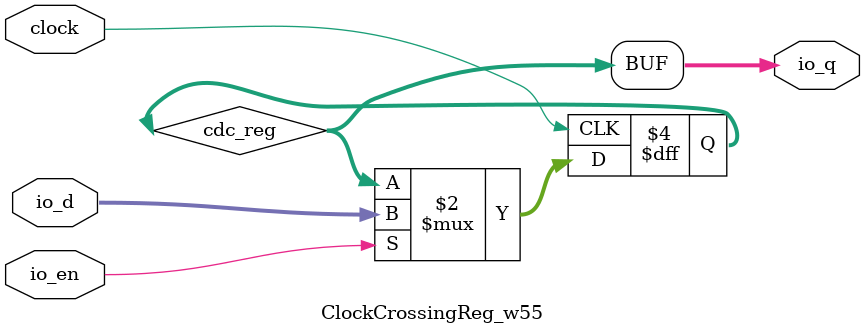
<source format=sv>
`ifndef RANDOMIZE
  `ifdef RANDOMIZE_REG_INIT
    `define RANDOMIZE
  `endif // RANDOMIZE_REG_INIT
`endif // not def RANDOMIZE
`ifndef RANDOMIZE
  `ifdef RANDOMIZE_MEM_INIT
    `define RANDOMIZE
  `endif // RANDOMIZE_MEM_INIT
`endif // not def RANDOMIZE

`ifndef RANDOM
  `define RANDOM $random
`endif // not def RANDOM

// Users can define 'PRINTF_COND' to add an extra gate to prints.
`ifndef PRINTF_COND_
  `ifdef PRINTF_COND
    `define PRINTF_COND_ (`PRINTF_COND)
  `else  // PRINTF_COND
    `define PRINTF_COND_ 1
  `endif // PRINTF_COND
`endif // not def PRINTF_COND_

// Users can define 'ASSERT_VERBOSE_COND' to add an extra gate to assert error printing.
`ifndef ASSERT_VERBOSE_COND_
  `ifdef ASSERT_VERBOSE_COND
    `define ASSERT_VERBOSE_COND_ (`ASSERT_VERBOSE_COND)
  `else  // ASSERT_VERBOSE_COND
    `define ASSERT_VERBOSE_COND_ 1
  `endif // ASSERT_VERBOSE_COND
`endif // not def ASSERT_VERBOSE_COND_

// Users can define 'STOP_COND' to add an extra gate to stop conditions.
`ifndef STOP_COND_
  `ifdef STOP_COND
    `define STOP_COND_ (`STOP_COND)
  `else  // STOP_COND
    `define STOP_COND_ 1
  `endif // STOP_COND
`endif // not def STOP_COND_

// Users can define INIT_RANDOM as general code that gets injected into the
// initializer block for modules with registers.
`ifndef INIT_RANDOM
  `define INIT_RANDOM
`endif // not def INIT_RANDOM

// If using random initialization, you can also define RANDOMIZE_DELAY to
// customize the delay used, otherwise 0.002 is used.
`ifndef RANDOMIZE_DELAY
  `define RANDOMIZE_DELAY 0.002
`endif // not def RANDOMIZE_DELAY

// Define INIT_RANDOM_PROLOG_ for use in our modules below.
`ifndef INIT_RANDOM_PROLOG_
  `ifdef RANDOMIZE
    `ifdef VERILATOR
      `define INIT_RANDOM_PROLOG_ `INIT_RANDOM
    `else  // VERILATOR
      `define INIT_RANDOM_PROLOG_ `INIT_RANDOM #`RANDOMIZE_DELAY begin end
    `endif // VERILATOR
  `else  // RANDOMIZE
    `define INIT_RANDOM_PROLOG_
  `endif // RANDOMIZE
`endif // not def INIT_RANDOM_PROLOG_

// Include register initializers in init blocks unless synthesis is set
`ifndef SYNTHESIS
  `ifndef ENABLE_INITIAL_REG_
    `define ENABLE_INITIAL_REG_
  `endif // not def ENABLE_INITIAL_REG_
`endif // not def SYNTHESIS

// Include rmemory initializers in init blocks unless synthesis is set
`ifndef SYNTHESIS
  `ifndef ENABLE_INITIAL_MEM_
    `define ENABLE_INITIAL_MEM_
  `endif // not def ENABLE_INITIAL_MEM_
`endif // not def SYNTHESIS

module ClockCrossingReg_w55(	// @[generators/rocket-chip/src/main/scala/util/SynchronizerReg.scala:191:7]
  input         clock,	// @[generators/rocket-chip/src/main/scala/util/SynchronizerReg.scala:191:7]
  input  [54:0] io_d,	// @[generators/rocket-chip/src/main/scala/util/SynchronizerReg.scala:195:14]
  output [54:0] io_q,	// @[generators/rocket-chip/src/main/scala/util/SynchronizerReg.scala:195:14]
  input         io_en	// @[generators/rocket-chip/src/main/scala/util/SynchronizerReg.scala:195:14]
);

  reg [54:0] cdc_reg;	// @[generators/rocket-chip/src/main/scala/util/SynchronizerReg.scala:201:76]
  always @(posedge clock) begin	// @[generators/rocket-chip/src/main/scala/util/SynchronizerReg.scala:191:7]
    if (io_en)	// @[generators/rocket-chip/src/main/scala/util/SynchronizerReg.scala:195:14]
      cdc_reg <= io_d;	// @[generators/rocket-chip/src/main/scala/util/SynchronizerReg.scala:201:76]
  end // always @(posedge)
  `ifdef ENABLE_INITIAL_REG_	// @[generators/rocket-chip/src/main/scala/util/SynchronizerReg.scala:191:7]
    `ifdef FIRRTL_BEFORE_INITIAL	// @[generators/rocket-chip/src/main/scala/util/SynchronizerReg.scala:191:7]
      `FIRRTL_BEFORE_INITIAL	// @[generators/rocket-chip/src/main/scala/util/SynchronizerReg.scala:191:7]
    `endif // FIRRTL_BEFORE_INITIAL
    logic [31:0] _RANDOM[0:1];	// @[generators/rocket-chip/src/main/scala/util/SynchronizerReg.scala:191:7]
    initial begin	// @[generators/rocket-chip/src/main/scala/util/SynchronizerReg.scala:191:7]
      `ifdef INIT_RANDOM_PROLOG_	// @[generators/rocket-chip/src/main/scala/util/SynchronizerReg.scala:191:7]
        `INIT_RANDOM_PROLOG_	// @[generators/rocket-chip/src/main/scala/util/SynchronizerReg.scala:191:7]
      `endif // INIT_RANDOM_PROLOG_
      `ifdef RANDOMIZE_REG_INIT	// @[generators/rocket-chip/src/main/scala/util/SynchronizerReg.scala:191:7]
        for (logic [1:0] i = 2'h0; i < 2'h2; i += 2'h1) begin
          _RANDOM[i[0]] = `RANDOM;	// @[generators/rocket-chip/src/main/scala/util/SynchronizerReg.scala:191:7]
        end	// @[generators/rocket-chip/src/main/scala/util/SynchronizerReg.scala:191:7]
        cdc_reg = {_RANDOM[1'h0], _RANDOM[1'h1][22:0]};	// @[generators/rocket-chip/src/main/scala/util/SynchronizerReg.scala:191:7, :201:76]
      `endif // RANDOMIZE_REG_INIT
    end // initial
    `ifdef FIRRTL_AFTER_INITIAL	// @[generators/rocket-chip/src/main/scala/util/SynchronizerReg.scala:191:7]
      `FIRRTL_AFTER_INITIAL	// @[generators/rocket-chip/src/main/scala/util/SynchronizerReg.scala:191:7]
    `endif // FIRRTL_AFTER_INITIAL
  `endif // ENABLE_INITIAL_REG_
  assign io_q = cdc_reg;	// @[generators/rocket-chip/src/main/scala/util/SynchronizerReg.scala:191:7, :201:76]
endmodule


</source>
